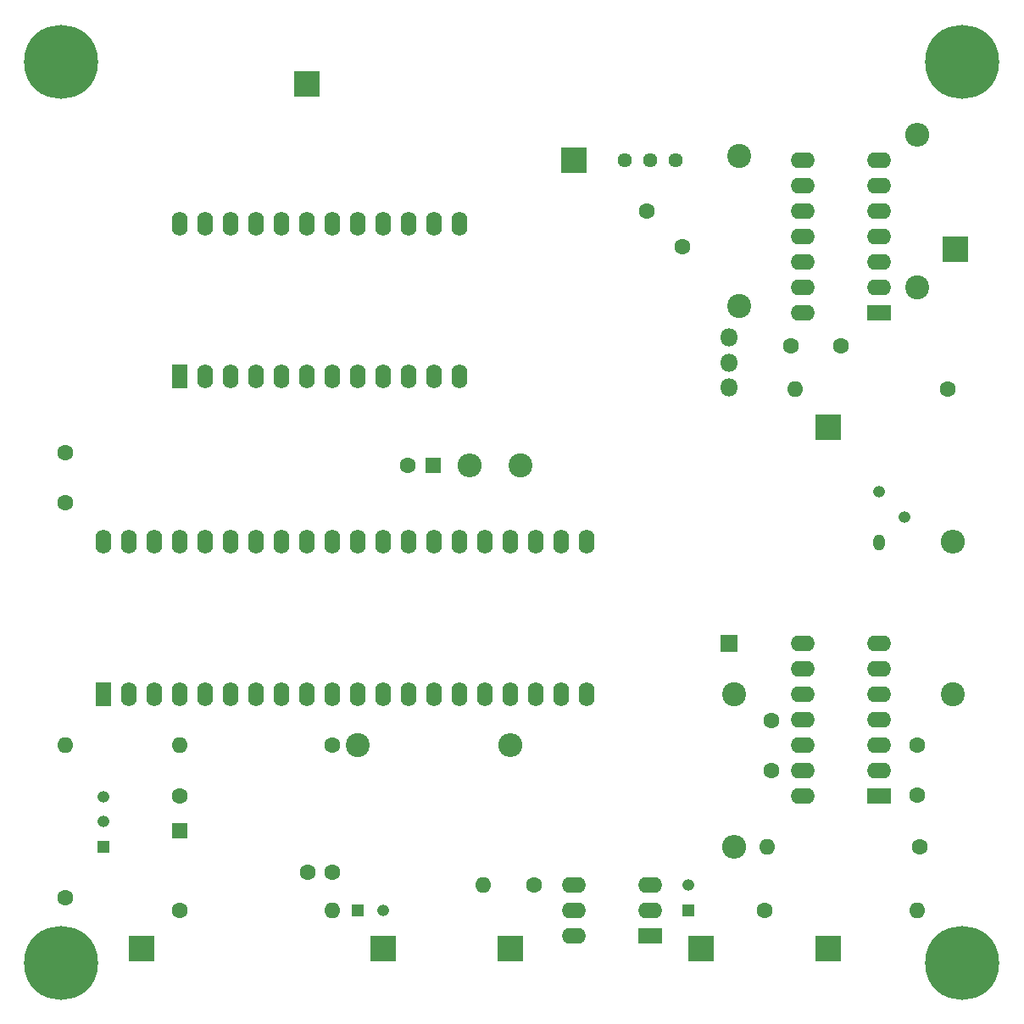
<source format=gbr>
%TF.GenerationSoftware,KiCad,Pcbnew,(6.0.10)*%
%TF.CreationDate,2022-12-28T21:34:20+01:00*%
%TF.ProjectId,Melodieklingel_FA86,4d656c6f-6469-4656-9b6c-696e67656c5f,3*%
%TF.SameCoordinates,Original*%
%TF.FileFunction,Soldermask,Top*%
%TF.FilePolarity,Negative*%
%FSLAX46Y46*%
G04 Gerber Fmt 4.6, Leading zero omitted, Abs format (unit mm)*
G04 Created by KiCad (PCBNEW (6.0.10)) date 2022-12-28 21:34:20*
%MOMM*%
%LPD*%
G01*
G04 APERTURE LIST*
G04 Aperture macros list*
%AMHorizOval*
0 Thick line with rounded ends*
0 $1 width*
0 $2 $3 position (X,Y) of the first rounded end (center of the circle)*
0 $4 $5 position (X,Y) of the second rounded end (center of the circle)*
0 Add line between two ends*
20,1,$1,$2,$3,$4,$5,0*
0 Add two circle primitives to create the rounded ends*
1,1,$1,$2,$3*
1,1,$1,$4,$5*%
G04 Aperture macros list end*
%ADD10C,1.600000*%
%ADD11O,1.600000X1.600000*%
%ADD12R,1.600000X1.600000*%
%ADD13R,1.200000X1.200000*%
%ADD14O,1.200000X1.200000*%
%ADD15C,0.800000*%
%ADD16C,7.400000*%
%ADD17C,2.400000*%
%ADD18O,2.400000X2.400000*%
%ADD19R,2.500000X2.500000*%
%ADD20C,1.440000*%
%ADD21R,1.600000X2.400000*%
%ADD22O,1.600000X2.400000*%
%ADD23R,2.400000X1.600000*%
%ADD24O,2.400000X1.600000*%
%ADD25R,1.800000X1.800000*%
%ADD26O,1.800000X1.800000*%
%ADD27O,1.200000X1.600000*%
%ADD28HorizOval,1.600000X0.000000X0.000000X0.000000X0.000000X0*%
G04 APERTURE END LIST*
D10*
%TO.C,R3*%
X132080000Y-128270000D03*
D11*
X116840000Y-128270000D03*
%TD*%
D12*
%TO.C,C4*%
X116840000Y-136850000D03*
D10*
X116840000Y-133350000D03*
%TD*%
D13*
%TO.C,VD1*%
X134620000Y-144780000D03*
D14*
X137120000Y-144780000D03*
%TD*%
D10*
%TO.C,C3*%
X132080000Y-140970000D03*
X129580000Y-140970000D03*
%TD*%
D15*
%TO.C,H4*%
X195000000Y-147225000D03*
X193037779Y-148037779D03*
X197775000Y-150000000D03*
X192225000Y-150000000D03*
D16*
X195000000Y-150000000D03*
D15*
X196962221Y-148037779D03*
X193037779Y-151962221D03*
X195000000Y-152775000D03*
X196962221Y-151962221D03*
%TD*%
D12*
%TO.C,C2*%
X142102651Y-100330000D03*
D10*
X139602651Y-100330000D03*
%TD*%
D17*
%TO.C,R10*%
X194056000Y-123190000D03*
D18*
X194056000Y-107950000D03*
%TD*%
D19*
%TO.C,TP101*%
X168910000Y-148590000D03*
%TD*%
D15*
%TO.C,H1*%
X103037779Y-61962221D03*
X102225000Y-60000000D03*
X106962221Y-61962221D03*
X105000000Y-57225000D03*
D16*
X105000000Y-60000000D03*
D15*
X103037779Y-58037779D03*
X106962221Y-58037779D03*
X107775000Y-60000000D03*
X105000000Y-62775000D03*
%TD*%
D20*
%TO.C,R1*%
X166370000Y-69850000D03*
X163830000Y-69850000D03*
X161290000Y-69850000D03*
%TD*%
D10*
%TO.C,C10*%
X177840000Y-88392000D03*
X182840000Y-88392000D03*
%TD*%
D19*
%TO.C,TP0*%
X156210000Y-69850000D03*
%TD*%
D21*
%TO.C,D2*%
X109220000Y-123190000D03*
D22*
X111760000Y-123190000D03*
X114300000Y-123190000D03*
X116840000Y-123190000D03*
X119380000Y-123190000D03*
X121920000Y-123190000D03*
X124460000Y-123190000D03*
X127000000Y-123190000D03*
X129540000Y-123190000D03*
X132080000Y-123190000D03*
X134620000Y-123190000D03*
X137160000Y-123190000D03*
X139700000Y-123190000D03*
X142240000Y-123190000D03*
X144780000Y-123190000D03*
X147320000Y-123190000D03*
X149860000Y-123190000D03*
X152400000Y-123190000D03*
X154940000Y-123190000D03*
X157480000Y-123190000D03*
X157480000Y-107950000D03*
X154940000Y-107950000D03*
X152400000Y-107950000D03*
X149860000Y-107950000D03*
X147320000Y-107950000D03*
X144780000Y-107950000D03*
X142240000Y-107950000D03*
X139700000Y-107950000D03*
X137160000Y-107950000D03*
X134620000Y-107950000D03*
X132080000Y-107950000D03*
X129540000Y-107950000D03*
X127000000Y-107950000D03*
X124460000Y-107950000D03*
X121920000Y-107950000D03*
X119380000Y-107950000D03*
X116840000Y-107950000D03*
X114300000Y-107950000D03*
X111760000Y-107950000D03*
X109220000Y-107950000D03*
%TD*%
D17*
%TO.C,R12*%
X134620000Y-128270000D03*
D18*
X149860000Y-128270000D03*
%TD*%
D19*
%TO.C,TP3*%
X194310000Y-78740000D03*
%TD*%
%TO.C,TP5*%
X129540000Y-62230000D03*
%TD*%
D10*
%TO.C,C100*%
X105410000Y-99060000D03*
X105410000Y-104060000D03*
%TD*%
D21*
%TO.C,D3*%
X116835000Y-91445000D03*
D22*
X119375000Y-91445000D03*
X121915000Y-91445000D03*
X124455000Y-91445000D03*
X126995000Y-91445000D03*
X129535000Y-91445000D03*
X132075000Y-91445000D03*
X134615000Y-91445000D03*
X137155000Y-91445000D03*
X139695000Y-91445000D03*
X142235000Y-91445000D03*
X144775000Y-91445000D03*
X144775000Y-76205000D03*
X142235000Y-76205000D03*
X139695000Y-76205000D03*
X137155000Y-76205000D03*
X134615000Y-76205000D03*
X132075000Y-76205000D03*
X129535000Y-76205000D03*
X126995000Y-76205000D03*
X124455000Y-76205000D03*
X121915000Y-76205000D03*
X119375000Y-76205000D03*
X116835000Y-76205000D03*
%TD*%
D19*
%TO.C,TP100*%
X181610000Y-148590000D03*
%TD*%
D10*
%TO.C,R100*%
X175260000Y-144780000D03*
D11*
X190500000Y-144780000D03*
%TD*%
D23*
%TO.C,D1*%
X186690000Y-85090000D03*
D24*
X186690000Y-82550000D03*
X186690000Y-80010000D03*
X186690000Y-77470000D03*
X186690000Y-74930000D03*
X186690000Y-72390000D03*
X186690000Y-69850000D03*
X179070000Y-69850000D03*
X179070000Y-72390000D03*
X179070000Y-74930000D03*
X179070000Y-77470000D03*
X179070000Y-80010000D03*
X179070000Y-82550000D03*
X179070000Y-85090000D03*
%TD*%
D19*
%TO.C,TP102*%
X149860000Y-148590000D03*
%TD*%
D25*
%TO.C,C6*%
X171704000Y-118086500D03*
D26*
X171704000Y-87586500D03*
X171704000Y-92586500D03*
X171704000Y-90086500D03*
%TD*%
D10*
%TO.C,R11*%
X193548000Y-92710000D03*
D11*
X178308000Y-92710000D03*
%TD*%
D13*
%TO.C,VT1*%
X109220000Y-138410000D03*
D14*
X109220000Y-135910000D03*
X109220000Y-133410000D03*
%TD*%
D10*
%TO.C,C5*%
X190500000Y-128310000D03*
X190500000Y-133310000D03*
%TD*%
D19*
%TO.C,TP4*%
X181610000Y-96520000D03*
%TD*%
D17*
%TO.C,R7*%
X190500000Y-82550000D03*
D18*
X190500000Y-67310000D03*
%TD*%
D27*
%TO.C,VT2*%
X186690000Y-108040000D03*
D14*
X189230000Y-105500000D03*
X186690000Y-102960000D03*
%TD*%
D10*
%TO.C,R101*%
X152175000Y-142240000D03*
D11*
X147095000Y-142240000D03*
%TD*%
D10*
%TO.C,R2*%
X163463048Y-74930000D03*
D28*
X167055150Y-78522102D03*
%TD*%
D10*
%TO.C,R6*%
X105410000Y-143510000D03*
D11*
X105410000Y-128270000D03*
%TD*%
D15*
%TO.C,H2*%
X193037779Y-58037779D03*
X195000000Y-57225000D03*
X192225000Y-60000000D03*
X197775000Y-60000000D03*
X195000000Y-62775000D03*
X196962221Y-58037779D03*
D16*
X195000000Y-60000000D03*
D15*
X196962221Y-61962221D03*
X193037779Y-61962221D03*
%TD*%
D19*
%TO.C,TP2*%
X113030000Y-148590000D03*
%TD*%
D10*
%TO.C,R5*%
X116840000Y-144780000D03*
D11*
X132080000Y-144780000D03*
%TD*%
D17*
%TO.C,C1*%
X172720000Y-84462000D03*
X172720000Y-69462000D03*
%TD*%
D23*
%TO.C,D4*%
X186680000Y-133355000D03*
D24*
X186680000Y-130815000D03*
X186680000Y-128275000D03*
X186680000Y-125735000D03*
X186680000Y-123195000D03*
X186680000Y-120655000D03*
X186680000Y-118115000D03*
X179060000Y-118115000D03*
X179060000Y-120655000D03*
X179060000Y-123195000D03*
X179060000Y-125735000D03*
X179060000Y-128275000D03*
X179060000Y-130815000D03*
X179060000Y-133355000D03*
%TD*%
D16*
%TO.C,H3*%
X105000000Y-150000000D03*
D15*
X105000000Y-147225000D03*
X107775000Y-150000000D03*
X102225000Y-150000000D03*
X103037779Y-148037779D03*
X105000000Y-152775000D03*
X106962221Y-148037779D03*
X103037779Y-151962221D03*
X106962221Y-151962221D03*
%TD*%
D23*
%TO.C,D100*%
X163830000Y-147305000D03*
D24*
X163830000Y-144765000D03*
X163830000Y-142225000D03*
X156210000Y-142225000D03*
X156210000Y-144765000D03*
X156210000Y-147305000D03*
%TD*%
D10*
%TO.C,R9*%
X190754000Y-138430000D03*
D11*
X175514000Y-138430000D03*
%TD*%
D13*
%TO.C,VD100*%
X167640000Y-144780000D03*
D14*
X167640000Y-142280000D03*
%TD*%
D10*
%TO.C,C11*%
X175895000Y-125810000D03*
X175895000Y-130810000D03*
%TD*%
D17*
%TO.C,R8*%
X172212000Y-123190000D03*
D18*
X172212000Y-138430000D03*
%TD*%
D19*
%TO.C,TP1*%
X137160000Y-148590000D03*
%TD*%
D17*
%TO.C,R4*%
X150830000Y-100330000D03*
D18*
X145750000Y-100330000D03*
%TD*%
M02*

</source>
